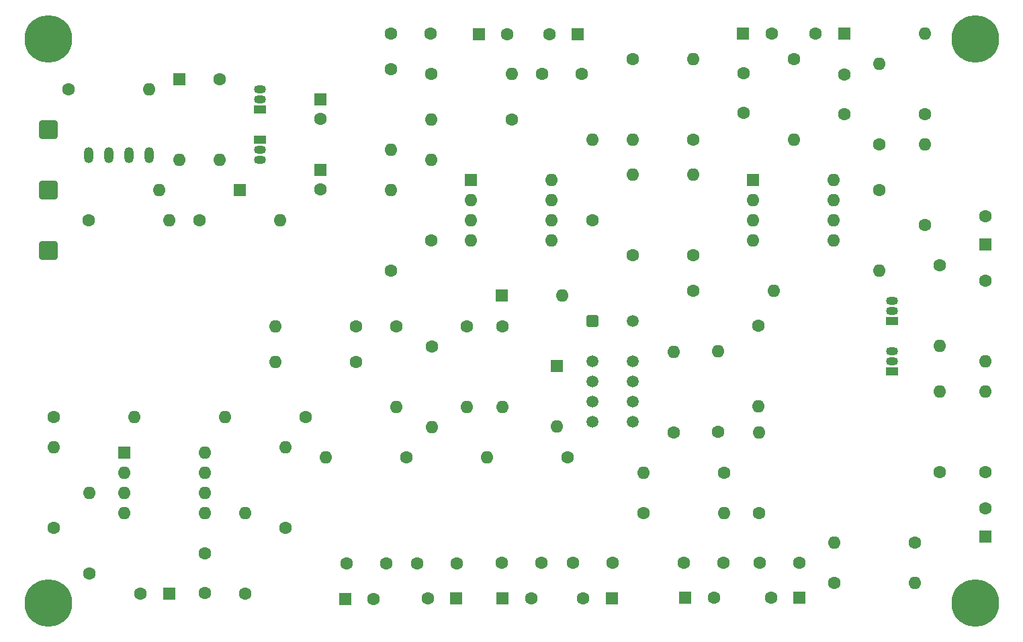
<source format=gbs>
%TF.GenerationSoftware,KiCad,Pcbnew,6.0.8*%
%TF.CreationDate,2022-10-28T14:06:57-07:00*%
%TF.ProjectId,pre-amp52,7072652d-616d-4703-9532-2e6b69636164,rev?*%
%TF.SameCoordinates,Original*%
%TF.FileFunction,Soldermask,Bot*%
%TF.FilePolarity,Negative*%
%FSLAX46Y46*%
G04 Gerber Fmt 4.6, Leading zero omitted, Abs format (unit mm)*
G04 Created by KiCad (PCBNEW 6.0.8) date 2022-10-28 14:06:57*
%MOMM*%
%LPD*%
G01*
G04 APERTURE LIST*
G04 Aperture macros list*
%AMRoundRect*
0 Rectangle with rounded corners*
0 $1 Rounding radius*
0 $2 $3 $4 $5 $6 $7 $8 $9 X,Y pos of 4 corners*
0 Add a 4 corners polygon primitive as box body*
4,1,4,$2,$3,$4,$5,$6,$7,$8,$9,$2,$3,0*
0 Add four circle primitives for the rounded corners*
1,1,$1+$1,$2,$3*
1,1,$1+$1,$4,$5*
1,1,$1+$1,$6,$7*
1,1,$1+$1,$8,$9*
0 Add four rect primitives between the rounded corners*
20,1,$1+$1,$2,$3,$4,$5,0*
20,1,$1+$1,$4,$5,$6,$7,0*
20,1,$1+$1,$6,$7,$8,$9,0*
20,1,$1+$1,$8,$9,$2,$3,0*%
G04 Aperture macros list end*
%ADD10C,1.600000*%
%ADD11O,1.600000X1.600000*%
%ADD12RoundRect,0.250000X0.550000X0.550000X-0.550000X0.550000X-0.550000X-0.550000X0.550000X-0.550000X0*%
%ADD13RoundRect,0.250001X0.899999X0.899999X-0.899999X0.899999X-0.899999X-0.899999X0.899999X-0.899999X0*%
%ADD14C,6.000000*%
%ADD15R,1.600000X1.600000*%
%ADD16R,1.500000X1.050000*%
%ADD17O,1.500000X1.050000*%
%ADD18RoundRect,0.250000X0.550000X-0.550000X0.550000X0.550000X-0.550000X0.550000X-0.550000X-0.550000X0*%
%ADD19RoundRect,0.250000X-0.550000X-0.550000X0.550000X-0.550000X0.550000X0.550000X-0.550000X0.550000X0*%
%ADD20RoundRect,0.250500X-0.499500X-0.499500X0.499500X-0.499500X0.499500X0.499500X-0.499500X0.499500X0*%
%ADD21C,1.500000*%
%ADD22O,1.200000X2.000000*%
G04 APERTURE END LIST*
D10*
X92710000Y-91440000D03*
D11*
X92710000Y-101600000D03*
D12*
X120577500Y-158155000D03*
D10*
X116977500Y-158155000D03*
D13*
X49530000Y-99060000D03*
D10*
X118110000Y-110490000D03*
D11*
X118110000Y-100330000D03*
D10*
X97790000Y-92075000D03*
D11*
X107950000Y-92075000D03*
D10*
X102307500Y-123897500D03*
D11*
X102307500Y-134057500D03*
D14*
X49530000Y-158750000D03*
D10*
X167640000Y-118110000D03*
D11*
X167640000Y-128270000D03*
D10*
X115007500Y-140375000D03*
D11*
X104847500Y-140375000D03*
D10*
X133985000Y-137160000D03*
D11*
X133985000Y-127000000D03*
D14*
X166370000Y-158750000D03*
D10*
X137160000Y-96988000D03*
X137160000Y-91988000D03*
X128342500Y-137232500D03*
D11*
X128342500Y-127072500D03*
D10*
X139137500Y-147392500D03*
D11*
X139137500Y-137232500D03*
D15*
X83820000Y-104140000D03*
D10*
X83820000Y-106640000D03*
D16*
X155935000Y-129540000D03*
D17*
X155935000Y-128270000D03*
X155935000Y-127000000D03*
D15*
X59127500Y-139772500D03*
D11*
X59127500Y-142312500D03*
X59127500Y-144852500D03*
X59127500Y-147392500D03*
X69287500Y-147392500D03*
X69287500Y-144852500D03*
X69287500Y-142312500D03*
X69287500Y-139772500D03*
D10*
X130810000Y-100330000D03*
D11*
X130810000Y-90170000D03*
D18*
X167640000Y-113560000D03*
D10*
X167640000Y-109960000D03*
X154305000Y-100965000D03*
D11*
X154305000Y-90805000D03*
D10*
X120642500Y-153710000D03*
X115642500Y-153710000D03*
X52070000Y-93980000D03*
D11*
X62230000Y-93980000D03*
D19*
X106817500Y-158155000D03*
D10*
X110417500Y-158155000D03*
D19*
X103807500Y-87057500D03*
D10*
X107407500Y-87057500D03*
X143510000Y-90170000D03*
D11*
X143510000Y-100330000D03*
D10*
X88337500Y-128342500D03*
D11*
X78177500Y-128342500D03*
D19*
X129822500Y-158115000D03*
D10*
X133422500Y-158115000D03*
D20*
X118110000Y-123190000D03*
D21*
X118110000Y-128270000D03*
X118110000Y-130810000D03*
X118110000Y-133350000D03*
X118110000Y-135890000D03*
X123190000Y-135890000D03*
X123190000Y-133350000D03*
X123190000Y-130810000D03*
X123190000Y-128270000D03*
X123190000Y-123190000D03*
D10*
X106752500Y-123897500D03*
D11*
X106752500Y-134057500D03*
D13*
X49530000Y-114300000D03*
D10*
X116800000Y-92075000D03*
X111800000Y-92075000D03*
X123190000Y-90170000D03*
D11*
X123190000Y-100330000D03*
D10*
X87107500Y-153742500D03*
X92107500Y-153742500D03*
D16*
X76200000Y-100330000D03*
D17*
X76200000Y-101600000D03*
X76200000Y-102870000D03*
D18*
X167640000Y-150390000D03*
D10*
X167640000Y-146790000D03*
D14*
X49530000Y-87630000D03*
D15*
X106680000Y-120015000D03*
D11*
X114300000Y-120015000D03*
D10*
X130810000Y-114935000D03*
D11*
X130810000Y-104775000D03*
D10*
X106712500Y-153710000D03*
X111712500Y-153710000D03*
D16*
X76200000Y-96520000D03*
D17*
X76200000Y-95250000D03*
X76200000Y-93980000D03*
D10*
X68580000Y-110490000D03*
D11*
X78740000Y-110490000D03*
D10*
X160020000Y-97155000D03*
D11*
X160020000Y-86995000D03*
D10*
X92750000Y-86995000D03*
X97750000Y-86995000D03*
D13*
X49530000Y-106680000D03*
D19*
X137138000Y-86995000D03*
D10*
X140738000Y-86995000D03*
X94687500Y-140407500D03*
D11*
X84527500Y-140407500D03*
D10*
X144217500Y-153670000D03*
X139217500Y-153670000D03*
D19*
X86937500Y-158227500D03*
D10*
X90537500Y-158227500D03*
D15*
X138410000Y-105420000D03*
D11*
X138410000Y-107960000D03*
X138410000Y-110500000D03*
X138410000Y-113040000D03*
X148570000Y-113040000D03*
X148570000Y-110500000D03*
X148570000Y-107960000D03*
X148570000Y-105420000D03*
D10*
X134692500Y-142312500D03*
D11*
X124532500Y-142312500D03*
D10*
X79467500Y-149287500D03*
D11*
X79467500Y-139127500D03*
D10*
X149860000Y-97115000D03*
X149860000Y-92115000D03*
X161925000Y-116205000D03*
D11*
X161925000Y-126365000D03*
D15*
X83820000Y-95250000D03*
D10*
X83820000Y-97750000D03*
D12*
X144217500Y-158115000D03*
D10*
X140617500Y-158115000D03*
X69307500Y-157502500D03*
X69307500Y-152502500D03*
X124532500Y-147392500D03*
D11*
X134692500Y-147392500D03*
D15*
X66040000Y-92710000D03*
D11*
X66040000Y-102870000D03*
D10*
X71120000Y-92710000D03*
D11*
X71120000Y-102870000D03*
D10*
X81987500Y-135317500D03*
D11*
X71827500Y-135317500D03*
D10*
X158750000Y-151130000D03*
D11*
X148590000Y-151130000D03*
D15*
X113665000Y-128905000D03*
D11*
X113665000Y-136525000D03*
D12*
X100972500Y-158187500D03*
D10*
X97372500Y-158187500D03*
D22*
X54617500Y-102280000D03*
X57157500Y-102280000D03*
X59697500Y-102280000D03*
X62237500Y-102280000D03*
D10*
X92710000Y-116840000D03*
D11*
X92710000Y-106680000D03*
D12*
X149860000Y-86995000D03*
D10*
X146260000Y-86995000D03*
X50257500Y-149287500D03*
D11*
X50257500Y-139127500D03*
D15*
X102850000Y-105420000D03*
D11*
X102850000Y-107960000D03*
X102850000Y-110500000D03*
X102850000Y-113040000D03*
X113010000Y-113040000D03*
X113010000Y-110500000D03*
X113010000Y-107960000D03*
X113010000Y-105420000D03*
D10*
X54702500Y-155002500D03*
D11*
X54702500Y-144842500D03*
D10*
X97790000Y-113030000D03*
D11*
X97790000Y-102870000D03*
D15*
X73660000Y-106680000D03*
D11*
X63500000Y-106680000D03*
D10*
X100997500Y-153742500D03*
X95997500Y-153742500D03*
X97862500Y-126437500D03*
D11*
X97862500Y-136597500D03*
D10*
X50257500Y-135317500D03*
D11*
X60417500Y-135317500D03*
D10*
X161925000Y-142240000D03*
D11*
X161925000Y-132080000D03*
D10*
X148590000Y-156210000D03*
D11*
X158750000Y-156210000D03*
D10*
X88337500Y-123897500D03*
D11*
X78177500Y-123897500D03*
D10*
X160020000Y-111125000D03*
D11*
X160020000Y-100965000D03*
D10*
X54610000Y-110490000D03*
D11*
X64770000Y-110490000D03*
D10*
X93417500Y-123897500D03*
D11*
X93417500Y-134057500D03*
D10*
X154305000Y-106680000D03*
D11*
X154305000Y-116840000D03*
D12*
X64757500Y-157542500D03*
D10*
X61157500Y-157542500D03*
X130810000Y-119380000D03*
D11*
X140970000Y-119380000D03*
D10*
X129652500Y-153670000D03*
X134652500Y-153670000D03*
D14*
X166370000Y-87630000D03*
D10*
X123190000Y-114935000D03*
D11*
X123190000Y-104775000D03*
D10*
X107950000Y-97790000D03*
D11*
X97790000Y-97790000D03*
D16*
X155935000Y-123190000D03*
D17*
X155935000Y-121920000D03*
X155935000Y-120650000D03*
D12*
X116297500Y-87057500D03*
D10*
X112697500Y-87057500D03*
X74387500Y-157542500D03*
D11*
X74387500Y-147382500D03*
D10*
X167640000Y-142240000D03*
D11*
X167640000Y-132080000D03*
D10*
X139065000Y-123825000D03*
D11*
X139065000Y-133985000D03*
M02*

</source>
